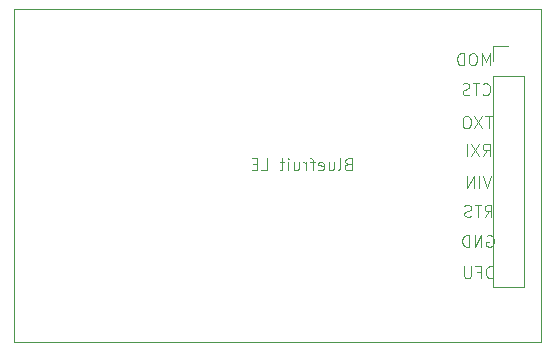
<source format=gbr>
%TF.GenerationSoftware,KiCad,Pcbnew,7.0.6-0*%
%TF.CreationDate,2024-02-15T10:15:36-05:00*%
%TF.ProjectId,Frame PCB 2,4672616d-6520-4504-9342-20322e6b6963,rev?*%
%TF.SameCoordinates,Original*%
%TF.FileFunction,Legend,Bot*%
%TF.FilePolarity,Positive*%
%FSLAX46Y46*%
G04 Gerber Fmt 4.6, Leading zero omitted, Abs format (unit mm)*
G04 Created by KiCad (PCBNEW 7.0.6-0) date 2024-02-15 10:15:36*
%MOMM*%
%LPD*%
G01*
G04 APERTURE LIST*
%ADD10C,0.100000*%
%ADD11C,0.120000*%
G04 APERTURE END LIST*
D10*
X144257106Y-68617638D02*
X144352344Y-68570019D01*
X144352344Y-68570019D02*
X144495201Y-68570019D01*
X144495201Y-68570019D02*
X144638058Y-68617638D01*
X144638058Y-68617638D02*
X144733296Y-68712876D01*
X144733296Y-68712876D02*
X144780915Y-68808114D01*
X144780915Y-68808114D02*
X144828534Y-68998590D01*
X144828534Y-68998590D02*
X144828534Y-69141447D01*
X144828534Y-69141447D02*
X144780915Y-69331923D01*
X144780915Y-69331923D02*
X144733296Y-69427161D01*
X144733296Y-69427161D02*
X144638058Y-69522400D01*
X144638058Y-69522400D02*
X144495201Y-69570019D01*
X144495201Y-69570019D02*
X144399963Y-69570019D01*
X144399963Y-69570019D02*
X144257106Y-69522400D01*
X144257106Y-69522400D02*
X144209487Y-69474780D01*
X144209487Y-69474780D02*
X144209487Y-69141447D01*
X144209487Y-69141447D02*
X144399963Y-69141447D01*
X143780915Y-69570019D02*
X143780915Y-68570019D01*
X143780915Y-68570019D02*
X143209487Y-69570019D01*
X143209487Y-69570019D02*
X143209487Y-68570019D01*
X142733296Y-69570019D02*
X142733296Y-68570019D01*
X142733296Y-68570019D02*
X142495201Y-68570019D01*
X142495201Y-68570019D02*
X142352344Y-68617638D01*
X142352344Y-68617638D02*
X142257106Y-68712876D01*
X142257106Y-68712876D02*
X142209487Y-68808114D01*
X142209487Y-68808114D02*
X142161868Y-68998590D01*
X142161868Y-68998590D02*
X142161868Y-69141447D01*
X142161868Y-69141447D02*
X142209487Y-69331923D01*
X142209487Y-69331923D02*
X142257106Y-69427161D01*
X142257106Y-69427161D02*
X142352344Y-69522400D01*
X142352344Y-69522400D02*
X142495201Y-69570019D01*
X142495201Y-69570019D02*
X142733296Y-69570019D01*
X143904687Y-56622380D02*
X143952306Y-56670000D01*
X143952306Y-56670000D02*
X144095163Y-56717619D01*
X144095163Y-56717619D02*
X144190401Y-56717619D01*
X144190401Y-56717619D02*
X144333258Y-56670000D01*
X144333258Y-56670000D02*
X144428496Y-56574761D01*
X144428496Y-56574761D02*
X144476115Y-56479523D01*
X144476115Y-56479523D02*
X144523734Y-56289047D01*
X144523734Y-56289047D02*
X144523734Y-56146190D01*
X144523734Y-56146190D02*
X144476115Y-55955714D01*
X144476115Y-55955714D02*
X144428496Y-55860476D01*
X144428496Y-55860476D02*
X144333258Y-55765238D01*
X144333258Y-55765238D02*
X144190401Y-55717619D01*
X144190401Y-55717619D02*
X144095163Y-55717619D01*
X144095163Y-55717619D02*
X143952306Y-55765238D01*
X143952306Y-55765238D02*
X143904687Y-55812857D01*
X143618972Y-55717619D02*
X143047544Y-55717619D01*
X143333258Y-56717619D02*
X143333258Y-55717619D01*
X142761829Y-56670000D02*
X142618972Y-56717619D01*
X142618972Y-56717619D02*
X142380877Y-56717619D01*
X142380877Y-56717619D02*
X142285639Y-56670000D01*
X142285639Y-56670000D02*
X142238020Y-56622380D01*
X142238020Y-56622380D02*
X142190401Y-56527142D01*
X142190401Y-56527142D02*
X142190401Y-56431904D01*
X142190401Y-56431904D02*
X142238020Y-56336666D01*
X142238020Y-56336666D02*
X142285639Y-56289047D01*
X142285639Y-56289047D02*
X142380877Y-56241428D01*
X142380877Y-56241428D02*
X142571353Y-56193809D01*
X142571353Y-56193809D02*
X142666591Y-56146190D01*
X142666591Y-56146190D02*
X142714210Y-56098571D01*
X142714210Y-56098571D02*
X142761829Y-56003333D01*
X142761829Y-56003333D02*
X142761829Y-55908095D01*
X142761829Y-55908095D02*
X142714210Y-55812857D01*
X142714210Y-55812857D02*
X142666591Y-55765238D01*
X142666591Y-55765238D02*
X142571353Y-55717619D01*
X142571353Y-55717619D02*
X142333258Y-55717619D01*
X142333258Y-55717619D02*
X142190401Y-55765238D01*
X144476115Y-54177619D02*
X144476115Y-53177619D01*
X144476115Y-53177619D02*
X144142782Y-53891904D01*
X144142782Y-53891904D02*
X143809449Y-53177619D01*
X143809449Y-53177619D02*
X143809449Y-54177619D01*
X143142782Y-53177619D02*
X142952306Y-53177619D01*
X142952306Y-53177619D02*
X142857068Y-53225238D01*
X142857068Y-53225238D02*
X142761830Y-53320476D01*
X142761830Y-53320476D02*
X142714211Y-53510952D01*
X142714211Y-53510952D02*
X142714211Y-53844285D01*
X142714211Y-53844285D02*
X142761830Y-54034761D01*
X142761830Y-54034761D02*
X142857068Y-54130000D01*
X142857068Y-54130000D02*
X142952306Y-54177619D01*
X142952306Y-54177619D02*
X143142782Y-54177619D01*
X143142782Y-54177619D02*
X143238020Y-54130000D01*
X143238020Y-54130000D02*
X143333258Y-54034761D01*
X143333258Y-54034761D02*
X143380877Y-53844285D01*
X143380877Y-53844285D02*
X143380877Y-53510952D01*
X143380877Y-53510952D02*
X143333258Y-53320476D01*
X143333258Y-53320476D02*
X143238020Y-53225238D01*
X143238020Y-53225238D02*
X143142782Y-53177619D01*
X142285639Y-54177619D02*
X142285639Y-53177619D01*
X142285639Y-53177619D02*
X142047544Y-53177619D01*
X142047544Y-53177619D02*
X141904687Y-53225238D01*
X141904687Y-53225238D02*
X141809449Y-53320476D01*
X141809449Y-53320476D02*
X141761830Y-53415714D01*
X141761830Y-53415714D02*
X141714211Y-53606190D01*
X141714211Y-53606190D02*
X141714211Y-53749047D01*
X141714211Y-53749047D02*
X141761830Y-53939523D01*
X141761830Y-53939523D02*
X141809449Y-54034761D01*
X141809449Y-54034761D02*
X141904687Y-54130000D01*
X141904687Y-54130000D02*
X142047544Y-54177619D01*
X142047544Y-54177619D02*
X142285639Y-54177619D01*
X144730115Y-72211619D02*
X144730115Y-71211619D01*
X144730115Y-71211619D02*
X144492020Y-71211619D01*
X144492020Y-71211619D02*
X144349163Y-71259238D01*
X144349163Y-71259238D02*
X144253925Y-71354476D01*
X144253925Y-71354476D02*
X144206306Y-71449714D01*
X144206306Y-71449714D02*
X144158687Y-71640190D01*
X144158687Y-71640190D02*
X144158687Y-71783047D01*
X144158687Y-71783047D02*
X144206306Y-71973523D01*
X144206306Y-71973523D02*
X144253925Y-72068761D01*
X144253925Y-72068761D02*
X144349163Y-72164000D01*
X144349163Y-72164000D02*
X144492020Y-72211619D01*
X144492020Y-72211619D02*
X144730115Y-72211619D01*
X143396782Y-71687809D02*
X143730115Y-71687809D01*
X143730115Y-72211619D02*
X143730115Y-71211619D01*
X143730115Y-71211619D02*
X143253925Y-71211619D01*
X142872972Y-71211619D02*
X142872972Y-72021142D01*
X142872972Y-72021142D02*
X142825353Y-72116380D01*
X142825353Y-72116380D02*
X142777734Y-72164000D01*
X142777734Y-72164000D02*
X142682496Y-72211619D01*
X142682496Y-72211619D02*
X142492020Y-72211619D01*
X142492020Y-72211619D02*
X142396782Y-72164000D01*
X142396782Y-72164000D02*
X142349163Y-72116380D01*
X142349163Y-72116380D02*
X142301544Y-72021142D01*
X142301544Y-72021142D02*
X142301544Y-71211619D01*
X132458782Y-62543809D02*
X132315925Y-62591428D01*
X132315925Y-62591428D02*
X132268306Y-62639047D01*
X132268306Y-62639047D02*
X132220687Y-62734285D01*
X132220687Y-62734285D02*
X132220687Y-62877142D01*
X132220687Y-62877142D02*
X132268306Y-62972380D01*
X132268306Y-62972380D02*
X132315925Y-63020000D01*
X132315925Y-63020000D02*
X132411163Y-63067619D01*
X132411163Y-63067619D02*
X132792115Y-63067619D01*
X132792115Y-63067619D02*
X132792115Y-62067619D01*
X132792115Y-62067619D02*
X132458782Y-62067619D01*
X132458782Y-62067619D02*
X132363544Y-62115238D01*
X132363544Y-62115238D02*
X132315925Y-62162857D01*
X132315925Y-62162857D02*
X132268306Y-62258095D01*
X132268306Y-62258095D02*
X132268306Y-62353333D01*
X132268306Y-62353333D02*
X132315925Y-62448571D01*
X132315925Y-62448571D02*
X132363544Y-62496190D01*
X132363544Y-62496190D02*
X132458782Y-62543809D01*
X132458782Y-62543809D02*
X132792115Y-62543809D01*
X131649258Y-63067619D02*
X131744496Y-63020000D01*
X131744496Y-63020000D02*
X131792115Y-62924761D01*
X131792115Y-62924761D02*
X131792115Y-62067619D01*
X130839734Y-62400952D02*
X130839734Y-63067619D01*
X131268305Y-62400952D02*
X131268305Y-62924761D01*
X131268305Y-62924761D02*
X131220686Y-63020000D01*
X131220686Y-63020000D02*
X131125448Y-63067619D01*
X131125448Y-63067619D02*
X130982591Y-63067619D01*
X130982591Y-63067619D02*
X130887353Y-63020000D01*
X130887353Y-63020000D02*
X130839734Y-62972380D01*
X129982591Y-63020000D02*
X130077829Y-63067619D01*
X130077829Y-63067619D02*
X130268305Y-63067619D01*
X130268305Y-63067619D02*
X130363543Y-63020000D01*
X130363543Y-63020000D02*
X130411162Y-62924761D01*
X130411162Y-62924761D02*
X130411162Y-62543809D01*
X130411162Y-62543809D02*
X130363543Y-62448571D01*
X130363543Y-62448571D02*
X130268305Y-62400952D01*
X130268305Y-62400952D02*
X130077829Y-62400952D01*
X130077829Y-62400952D02*
X129982591Y-62448571D01*
X129982591Y-62448571D02*
X129934972Y-62543809D01*
X129934972Y-62543809D02*
X129934972Y-62639047D01*
X129934972Y-62639047D02*
X130411162Y-62734285D01*
X129649257Y-62400952D02*
X129268305Y-62400952D01*
X129506400Y-63067619D02*
X129506400Y-62210476D01*
X129506400Y-62210476D02*
X129458781Y-62115238D01*
X129458781Y-62115238D02*
X129363543Y-62067619D01*
X129363543Y-62067619D02*
X129268305Y-62067619D01*
X128934971Y-63067619D02*
X128934971Y-62400952D01*
X128934971Y-62591428D02*
X128887352Y-62496190D01*
X128887352Y-62496190D02*
X128839733Y-62448571D01*
X128839733Y-62448571D02*
X128744495Y-62400952D01*
X128744495Y-62400952D02*
X128649257Y-62400952D01*
X127887352Y-62400952D02*
X127887352Y-63067619D01*
X128315923Y-62400952D02*
X128315923Y-62924761D01*
X128315923Y-62924761D02*
X128268304Y-63020000D01*
X128268304Y-63020000D02*
X128173066Y-63067619D01*
X128173066Y-63067619D02*
X128030209Y-63067619D01*
X128030209Y-63067619D02*
X127934971Y-63020000D01*
X127934971Y-63020000D02*
X127887352Y-62972380D01*
X127411161Y-63067619D02*
X127411161Y-62400952D01*
X127411161Y-62067619D02*
X127458780Y-62115238D01*
X127458780Y-62115238D02*
X127411161Y-62162857D01*
X127411161Y-62162857D02*
X127363542Y-62115238D01*
X127363542Y-62115238D02*
X127411161Y-62067619D01*
X127411161Y-62067619D02*
X127411161Y-62162857D01*
X127077828Y-62400952D02*
X126696876Y-62400952D01*
X126934971Y-62067619D02*
X126934971Y-62924761D01*
X126934971Y-62924761D02*
X126887352Y-63020000D01*
X126887352Y-63020000D02*
X126792114Y-63067619D01*
X126792114Y-63067619D02*
X126696876Y-63067619D01*
X125125447Y-63067619D02*
X125601637Y-63067619D01*
X125601637Y-63067619D02*
X125601637Y-62067619D01*
X124792113Y-62543809D02*
X124458780Y-62543809D01*
X124315923Y-63067619D02*
X124792113Y-63067619D01*
X124792113Y-63067619D02*
X124792113Y-62067619D01*
X124792113Y-62067619D02*
X124315923Y-62067619D01*
X143904687Y-61848419D02*
X144238020Y-61372228D01*
X144476115Y-61848419D02*
X144476115Y-60848419D01*
X144476115Y-60848419D02*
X144095163Y-60848419D01*
X144095163Y-60848419D02*
X143999925Y-60896038D01*
X143999925Y-60896038D02*
X143952306Y-60943657D01*
X143952306Y-60943657D02*
X143904687Y-61038895D01*
X143904687Y-61038895D02*
X143904687Y-61181752D01*
X143904687Y-61181752D02*
X143952306Y-61276990D01*
X143952306Y-61276990D02*
X143999925Y-61324609D01*
X143999925Y-61324609D02*
X144095163Y-61372228D01*
X144095163Y-61372228D02*
X144476115Y-61372228D01*
X143571353Y-60848419D02*
X142904687Y-61848419D01*
X142904687Y-60848419D02*
X143571353Y-61848419D01*
X142523734Y-61848419D02*
X142523734Y-60848419D01*
X144669772Y-58511619D02*
X144098344Y-58511619D01*
X144384058Y-59511619D02*
X144384058Y-58511619D01*
X143860248Y-58511619D02*
X143193582Y-59511619D01*
X143193582Y-58511619D02*
X143860248Y-59511619D01*
X142622153Y-58511619D02*
X142431677Y-58511619D01*
X142431677Y-58511619D02*
X142336439Y-58559238D01*
X142336439Y-58559238D02*
X142241201Y-58654476D01*
X142241201Y-58654476D02*
X142193582Y-58844952D01*
X142193582Y-58844952D02*
X142193582Y-59178285D01*
X142193582Y-59178285D02*
X142241201Y-59368761D01*
X142241201Y-59368761D02*
X142336439Y-59464000D01*
X142336439Y-59464000D02*
X142431677Y-59511619D01*
X142431677Y-59511619D02*
X142622153Y-59511619D01*
X142622153Y-59511619D02*
X142717391Y-59464000D01*
X142717391Y-59464000D02*
X142812629Y-59368761D01*
X142812629Y-59368761D02*
X142860248Y-59178285D01*
X142860248Y-59178285D02*
X142860248Y-58844952D01*
X142860248Y-58844952D02*
X142812629Y-58654476D01*
X142812629Y-58654476D02*
X142717391Y-58559238D01*
X142717391Y-58559238D02*
X142622153Y-58511619D01*
X144618972Y-63591619D02*
X144285639Y-64591619D01*
X144285639Y-64591619D02*
X143952306Y-63591619D01*
X143618972Y-64591619D02*
X143618972Y-63591619D01*
X143142782Y-64591619D02*
X143142782Y-63591619D01*
X143142782Y-63591619D02*
X142571354Y-64591619D01*
X142571354Y-64591619D02*
X142571354Y-63591619D01*
X144057087Y-67030019D02*
X144390420Y-66553828D01*
X144628515Y-67030019D02*
X144628515Y-66030019D01*
X144628515Y-66030019D02*
X144247563Y-66030019D01*
X144247563Y-66030019D02*
X144152325Y-66077638D01*
X144152325Y-66077638D02*
X144104706Y-66125257D01*
X144104706Y-66125257D02*
X144057087Y-66220495D01*
X144057087Y-66220495D02*
X144057087Y-66363352D01*
X144057087Y-66363352D02*
X144104706Y-66458590D01*
X144104706Y-66458590D02*
X144152325Y-66506209D01*
X144152325Y-66506209D02*
X144247563Y-66553828D01*
X144247563Y-66553828D02*
X144628515Y-66553828D01*
X143771372Y-66030019D02*
X143199944Y-66030019D01*
X143485658Y-67030019D02*
X143485658Y-66030019D01*
X142914229Y-66982400D02*
X142771372Y-67030019D01*
X142771372Y-67030019D02*
X142533277Y-67030019D01*
X142533277Y-67030019D02*
X142438039Y-66982400D01*
X142438039Y-66982400D02*
X142390420Y-66934780D01*
X142390420Y-66934780D02*
X142342801Y-66839542D01*
X142342801Y-66839542D02*
X142342801Y-66744304D01*
X142342801Y-66744304D02*
X142390420Y-66649066D01*
X142390420Y-66649066D02*
X142438039Y-66601447D01*
X142438039Y-66601447D02*
X142533277Y-66553828D01*
X142533277Y-66553828D02*
X142723753Y-66506209D01*
X142723753Y-66506209D02*
X142818991Y-66458590D01*
X142818991Y-66458590D02*
X142866610Y-66410971D01*
X142866610Y-66410971D02*
X142914229Y-66315733D01*
X142914229Y-66315733D02*
X142914229Y-66220495D01*
X142914229Y-66220495D02*
X142866610Y-66125257D01*
X142866610Y-66125257D02*
X142818991Y-66077638D01*
X142818991Y-66077638D02*
X142723753Y-66030019D01*
X142723753Y-66030019D02*
X142485658Y-66030019D01*
X142485658Y-66030019D02*
X142342801Y-66077638D01*
D11*
%TO.C,Bluefruitle1*%
X147380000Y-72958000D02*
X144720000Y-72958000D01*
X147380000Y-55118000D02*
X147380000Y-72958000D01*
X147380000Y-55118000D02*
X144720000Y-55118000D01*
X146050000Y-52518000D02*
X144720000Y-52518000D01*
X144720000Y-55118000D02*
X144720000Y-72958000D01*
X144720000Y-52518000D02*
X144720000Y-53848000D01*
D10*
X148844000Y-49428400D02*
X104190800Y-49428400D01*
X104190800Y-49428400D02*
X104190800Y-77622400D01*
X104190800Y-77622400D02*
X148844000Y-77622400D01*
X148844000Y-77622400D02*
X148844000Y-49428400D01*
%TD*%
M02*

</source>
